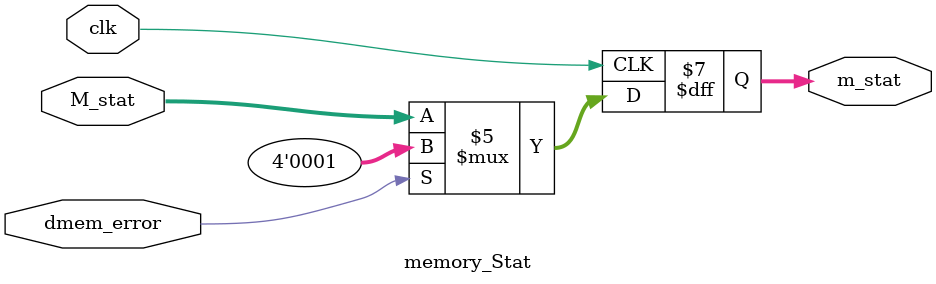
<source format=v>
module M(clk,M_stat,E_stat,E_icode,e_Cnd,e_valE,E_valA,e_dstE,E_dstM,M_icode,M_Cnd,M_valE,M_valA,M_dstE,M_dstM,M_bubble);
    input clk;
    input [3:0] E_icode;
    input signed[63:0] e_valE,E_valA;
    input [3:0] e_dstE,E_dstM;
    input  e_Cnd;
    input [3:0] E_stat;
    input M_bubble;

    output reg[3:0] M_icode;
    output reg signed[63:0] M_valE,M_valA;
    output reg[3:0] M_dstE,M_dstM;
    output reg M_Cnd;
    output reg[3:0] M_stat;

    always @(posedge clk)
    begin
        if(M_bubble==1'b1)
        begin
            M_icode <= 4'h1;
            M_Cnd   <= e_Cnd;
            M_dstE  <= 4'hF;
            M_dstM  <= 4'hF;
        end

        if(M_bubble==1'b0)
        begin
            M_stat  <= E_stat;
            M_icode <= E_icode;
            M_Cnd   <= e_Cnd;
            M_valE  <= e_valE;
            M_valA <= E_valA;
            M_dstE  <= e_dstE;
            M_dstM  <= E_dstM;  
            
        end

    end
endmodule

module Addr(clk,M_icode,M_valE,M_valA,Addr_out);
    input[3:0] M_icode;
    input signed[63:0] M_valE;
    input signed[63:0] M_valA;
    input clk;

    output reg[63:0] Addr_out;

    always @(posedge clk)
    begin
        #5
        if (M_icode==4'h0)
        begin 
            // do nothing
        end
        else if (M_icode==4'h1)
        begin 
            // do nothing
        end
        else if (M_icode==4'h2)
        begin 
            // do nothing
        end
        else if (M_icode==4'h3)
        begin 
            // do nothing
        end
        else if (M_icode==4'h4)
        begin 
            Addr_out <= M_valE;
        end
        else if (M_icode==4'h5)
        begin 
            Addr_out <= M_valE;
        end
        else if (M_icode==4'h6)
        begin 
            // do nothing
        end
        else if (M_icode==4'h7)
        begin 
            // do nothing
        end
        else if (M_icode==4'h8)
        begin 
            Addr_out <= M_valE;
        end
        else if (M_icode==4'h9)
        begin 
            Addr_out <= M_valA;
        end
        else if (M_icode==4'hA)
        begin 
            Addr_out <= M_valE;
        end
        else if (M_icode==4'hB)
        begin 
            Addr_out <= M_valA;
        end
            
        
    end
endmodule

module Mem_control(clk,M_icode,read,write);

input[3:0] M_icode;
output reg read;
output reg write;
input clk;

    always @(posedge clk)
    begin
        #5
        if (M_icode==4'h0)
        begin
            read <= 1'b0;
            write <= 1'b0;
        end
        else if (M_icode==4'h1)
        begin
            read <= 1'b0;
            write <= 1'b0;
        end
        else if (M_icode==4'h2)
        begin
            read <= 1'b0;
            write <= 1'b0;
        end
        else if (M_icode==4'h3)
        begin
            read <= 1'b0;
            write <= 1'b0;
        end
        else if (M_icode==4'h4)
        begin
            read <= 1'b0;
            write <= 1'b1;
        end
        else if (M_icode==4'h5)
        begin
            read <= 1'b1;
            write <= 1'b0;
        end
        else if (M_icode==4'h6)
        begin
            read <= 1'b0;
            write <= 1'b0;
        end
        else if (M_icode==4'h7)
        begin
            read <= 1'b0;
            write <= 1'b0;
        end
        else if (M_icode==4'h8)
        begin
            read <= 1'b0;
            write <= 1'b1;
        end
        else if (M_icode==4'h9)
        begin
            read <= 1'b1;
            write <= 1'b0;
        end
        else if (M_icode==4'hA)
        begin
            read <= 1'b0;
            write <= 1'b1;
        end
        else if (M_icode==4'hB)
        begin
            read <= 1'b1;
            write <= 1'b0;
        end
                 
    end
endmodule

module Data_memory(clk,Addr_out,M_valA,read,write,m_valM,dmem_error);
    input clk;
    input [63:0] Addr_out;
    input signed [63:0] M_valA;
    input read,write;
    output reg signed[63:0] m_valM;
    output reg dmem_error;
    reg signed[63:0] memory [1023:0];

    always @(posedge clk)
    begin
        #7
      if(Addr_out > 1023)
      begin
        dmem_error <= 1'b1;
      end
      else
      begin
        dmem_error <= 1'b0;
      end

    end

    always @ (posedge clk)
    begin 
        #10
        if (read==1'b1)
        begin
            
                m_valM <= memory[Addr_out];
            
        end 
        
    end

    always @(posedge clk)
    begin
        #10
        if (write==1'b1)
        begin
            
                memory[Addr_out] <= M_valA;
            
        end
    end
    
endmodule

module memory_Stat(clk,M_stat,dmem_error,m_stat);
    input [3:0]M_stat;
    input   dmem_error,clk;
    output reg[3:0]m_stat;

    initial
    begin
        m_stat <= 4'd4;
    end

    always @(posedge clk)
    begin
        #15
        if(dmem_error==1'b1)
        begin
            m_stat <= 4'd1;
        end
        else
        begin
            m_stat <= M_stat;
        end
    end
endmodule
</source>
